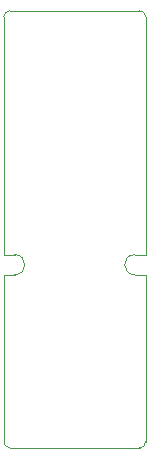
<source format=gm1>
%TF.GenerationSoftware,KiCad,Pcbnew,5.1.6*%
%TF.CreationDate,2020-10-26T01:33:55+01:00*%
%TF.ProjectId,anykey,616e796b-6579-42e6-9b69-6361645f7063,rev?*%
%TF.SameCoordinates,Original*%
%TF.FileFunction,Profile,NP*%
%FSLAX46Y46*%
G04 Gerber Fmt 4.6, Leading zero omitted, Abs format (unit mm)*
G04 Created by KiCad (PCBNEW 5.1.6) date 2020-10-26 01:33:55*
%MOMM*%
%LPD*%
G01*
G04 APERTURE LIST*
%TA.AperFunction,Profile*%
%ADD10C,0.050000*%
%TD*%
G04 APERTURE END LIST*
D10*
X156000000Y-86500000D02*
G75*
G02*
X155500000Y-87000000I-500000J0D01*
G01*
X144500000Y-87000000D02*
G75*
G02*
X144000000Y-86500000I0J500000D01*
G01*
X155500000Y-50000000D02*
G75*
G02*
X156000000Y-50500000I0J-500000D01*
G01*
X144000000Y-50500000D02*
G75*
G02*
X144500000Y-50000000I500000J0D01*
G01*
X156000000Y-86500000D02*
X156000000Y-72350900D01*
X144000000Y-86500000D02*
X144000000Y-72350900D01*
X144920000Y-72350900D02*
X144000000Y-72350900D01*
X144920000Y-70649100D02*
X144000000Y-70649100D01*
X155080000Y-72350900D02*
X156000000Y-72350900D01*
X155080000Y-70649100D02*
X156000000Y-70649100D01*
X155080000Y-72350900D02*
G75*
G02*
X155080000Y-70649100I0J850900D01*
G01*
X144920000Y-70649100D02*
G75*
G02*
X144920000Y-72350900I0J-850900D01*
G01*
X144500000Y-87000000D02*
X155500000Y-87000000D01*
X156000000Y-50500000D02*
X156000000Y-70649100D01*
X144500000Y-50000000D02*
X155500000Y-50000000D01*
X144000000Y-70649100D02*
X144000000Y-50500000D01*
M02*

</source>
